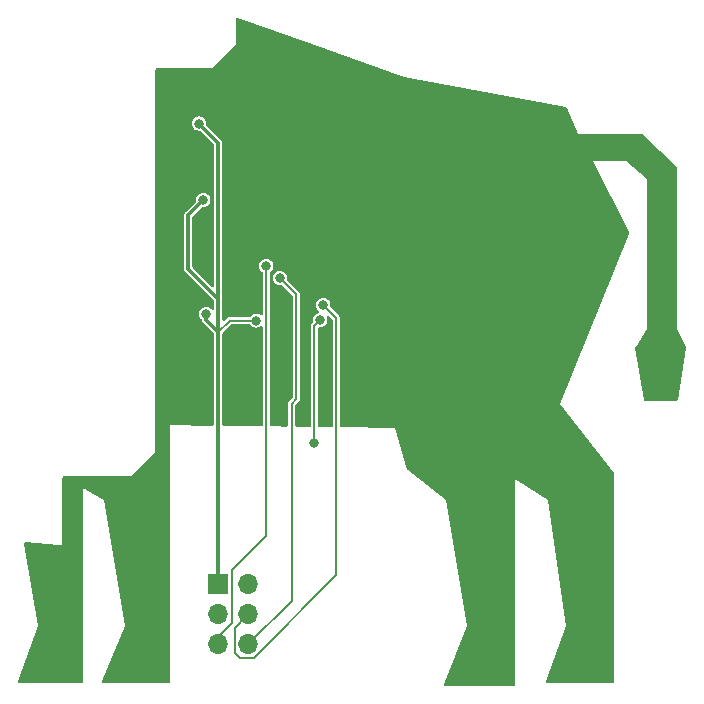
<source format=gbr>
%TF.GenerationSoftware,KiCad,Pcbnew,7.0.1*%
%TF.CreationDate,2024-01-19T17:32:14-06:00*%
%TF.ProjectId,Techno Buffalo,54656368-6e6f-4204-9275-6666616c6f2e,rev?*%
%TF.SameCoordinates,Original*%
%TF.FileFunction,Copper,L2,Bot*%
%TF.FilePolarity,Positive*%
%FSLAX46Y46*%
G04 Gerber Fmt 4.6, Leading zero omitted, Abs format (unit mm)*
G04 Created by KiCad (PCBNEW 7.0.1) date 2024-01-19 17:32:14*
%MOMM*%
%LPD*%
G01*
G04 APERTURE LIST*
%TA.AperFunction,ComponentPad*%
%ADD10R,1.700000X1.700000*%
%TD*%
%TA.AperFunction,ComponentPad*%
%ADD11O,1.700000X1.700000*%
%TD*%
%TA.AperFunction,ViaPad*%
%ADD12C,0.800000*%
%TD*%
%TA.AperFunction,Conductor*%
%ADD13C,0.300000*%
%TD*%
%TA.AperFunction,Conductor*%
%ADD14C,0.200000*%
%TD*%
G04 APERTURE END LIST*
D10*
%TO.P,J3,1,Pin_1*%
%TO.N,/Battery_VIN*%
X99568000Y-143764000D03*
D11*
%TO.P,J3,2,Pin_2*%
%TO.N,GND*%
X102108000Y-143764000D03*
%TO.P,J3,3,Pin_3*%
%TO.N,/SDA{slash}MOSI{slash}DATA*%
X99568000Y-146304000D03*
%TO.P,J3,4,Pin_4*%
%TO.N,/SCL{slash}SCK*%
X102108000Y-146304000D03*
%TO.P,J3,5,Pin_5*%
%TO.N,/CS{slash}MISO*%
X99568000Y-148844000D03*
%TO.P,J3,6,Pin_6*%
%TO.N,/UPDI*%
X102108000Y-148844000D03*
%TD*%
D12*
%TO.N,/Battery_VIN*%
X97917000Y-104775000D03*
X98298000Y-111252000D03*
X98552000Y-120904000D03*
X102795664Y-121457500D03*
%TO.N,GND*%
X105472500Y-121158000D03*
X105156000Y-121158000D03*
X105156000Y-120396000D03*
X106680000Y-129794000D03*
X105472500Y-120396000D03*
X110744000Y-129794000D03*
X101600000Y-129794000D03*
X98552000Y-128778000D03*
X108712000Y-129794000D03*
X91948000Y-138176000D03*
%TO.N,/SDA{slash}MOSI{slash}DATA*%
X108204000Y-121412000D03*
X107696000Y-131826000D03*
%TO.N,/SCL{slash}SCK*%
X108458000Y-120142000D03*
%TO.N,/CS{slash}MISO*%
X103632000Y-116840000D03*
%TO.N,/UPDI*%
X104784500Y-117856000D03*
%TD*%
D13*
%TO.N,/Battery_VIN*%
X99568000Y-119634000D02*
X99568000Y-122428000D01*
X98552000Y-121412000D02*
X98552000Y-120904000D01*
X99568000Y-119634000D02*
X97028000Y-117094000D01*
X99568000Y-106426000D02*
X97917000Y-104775000D01*
X97028000Y-117094000D02*
X97028000Y-112522000D01*
D14*
X100538500Y-121457500D02*
X102795664Y-121457500D01*
D13*
X97028000Y-112522000D02*
X98298000Y-111252000D01*
X99568000Y-122428000D02*
X99568000Y-143764000D01*
D14*
X99568000Y-122428000D02*
X100538500Y-121457500D01*
D13*
X99568000Y-122428000D02*
X98552000Y-121412000D01*
X99568000Y-119634000D02*
X99568000Y-106426000D01*
D14*
%TO.N,/SDA{slash}MOSI{slash}DATA*%
X107696000Y-121920000D02*
X107696000Y-131826000D01*
X108204000Y-121412000D02*
X107696000Y-121920000D01*
%TO.N,/SCL{slash}SCK*%
X109557001Y-121241001D02*
X109557001Y-143021345D01*
X100958000Y-149560346D02*
X100958000Y-147454000D01*
X100958000Y-147454000D02*
X102108000Y-146304000D01*
X109557001Y-143021345D02*
X102584346Y-149994000D01*
X108458000Y-120142000D02*
X109557001Y-121241001D01*
X102584346Y-149994000D02*
X101391654Y-149994000D01*
X101391654Y-149994000D02*
X100958000Y-149560346D01*
%TO.N,/CS{slash}MISO*%
X103632000Y-139700000D02*
X100718000Y-142614000D01*
X100718000Y-147086000D02*
X99568000Y-148236000D01*
X103632000Y-116840000D02*
X103632000Y-139700000D01*
X100718000Y-142614000D02*
X100718000Y-147086000D01*
%TO.N,/UPDI*%
X106172000Y-128105257D02*
X106172000Y-119243500D01*
X106172000Y-119243500D02*
X104784500Y-117856000D01*
X105789000Y-128488257D02*
X106172000Y-128105257D01*
X102108000Y-148844000D02*
X105789000Y-145163000D01*
X105789000Y-145163000D02*
X105789000Y-128488257D01*
%TD*%
%TA.AperFunction,Conductor*%
%TO.N,GND*%
G36*
X101257706Y-95817181D02*
G01*
X107492800Y-98044000D01*
X115316000Y-100838000D01*
X128967791Y-103366109D01*
X129022001Y-103390675D01*
X129058521Y-103437673D01*
X130048000Y-105664000D01*
X135333766Y-105664000D01*
X135378719Y-105672435D01*
X135417556Y-105696593D01*
X138389790Y-108421141D01*
X138419503Y-108462618D01*
X138430000Y-108512548D01*
X138430000Y-122174000D01*
X139173967Y-123661935D01*
X139185679Y-123698950D01*
X139185371Y-123737773D01*
X138447269Y-128166385D01*
X138424881Y-128219424D01*
X138380953Y-128256636D01*
X138324956Y-128270000D01*
X135741044Y-128270000D01*
X135685047Y-128256636D01*
X135641119Y-128219424D01*
X135618731Y-128166385D01*
X134882061Y-123746367D01*
X134883135Y-123699960D01*
X134901198Y-123657201D01*
X135890000Y-122174000D01*
X135890000Y-109474000D01*
X134112000Y-107950000D01*
X134111998Y-107950000D01*
X131318000Y-107950000D01*
X134340996Y-113995993D01*
X134353988Y-114046481D01*
X134345078Y-114097847D01*
X128523999Y-128523999D01*
X133069651Y-134332332D01*
X133089228Y-134368335D01*
X133096000Y-134408754D01*
X133096000Y-152022000D01*
X133079387Y-152084000D01*
X133034000Y-152129387D01*
X132972000Y-152146000D01*
X127431832Y-152146000D01*
X127374467Y-152131933D01*
X127330118Y-152092924D01*
X127308846Y-152037823D01*
X127315477Y-151979133D01*
X127317412Y-151973881D01*
X129032000Y-147320000D01*
X127508000Y-136652000D01*
X124714000Y-134874000D01*
X124714000Y-134874001D01*
X124714000Y-152276000D01*
X124697387Y-152338000D01*
X124652000Y-152383387D01*
X124590000Y-152400000D01*
X118801152Y-152400000D01*
X118743032Y-152385536D01*
X118698472Y-152345518D01*
X118677865Y-152289282D01*
X118686021Y-152229948D01*
X120650000Y-147320001D01*
X120650000Y-147319999D01*
X118872000Y-136652000D01*
X115602395Y-134136919D01*
X115575428Y-134108313D01*
X115558771Y-134072700D01*
X114554000Y-130555999D01*
X109979848Y-130495011D01*
X109918549Y-130477854D01*
X109873839Y-130432544D01*
X109857501Y-130371022D01*
X109857501Y-121310244D01*
X109860244Y-121293423D01*
X109859773Y-121283237D01*
X109859774Y-121283236D01*
X109857632Y-121236920D01*
X109857501Y-121231196D01*
X109857501Y-121212179D01*
X109855818Y-121197681D01*
X109855671Y-121194500D01*
X109854586Y-121171009D01*
X109851787Y-121164671D01*
X109843333Y-121137368D01*
X109842062Y-121130568D01*
X109833372Y-121116533D01*
X109828003Y-121107861D01*
X109819996Y-121092671D01*
X109809207Y-121068236D01*
X109804311Y-121063340D01*
X109786564Y-121040934D01*
X109782920Y-121035049D01*
X109761603Y-121018951D01*
X109748649Y-121007678D01*
X109085898Y-120344927D01*
X109056160Y-120297104D01*
X109050640Y-120241062D01*
X109063682Y-120142000D01*
X109043044Y-119985238D01*
X108982536Y-119839159D01*
X108982535Y-119839158D01*
X108886282Y-119713717D01*
X108760840Y-119617463D01*
X108614762Y-119556956D01*
X108458000Y-119536317D01*
X108301237Y-119556956D01*
X108155159Y-119617463D01*
X108029717Y-119713717D01*
X107933463Y-119839159D01*
X107872956Y-119985237D01*
X107852317Y-120142000D01*
X107872956Y-120298762D01*
X107933463Y-120444840D01*
X108029717Y-120570282D01*
X108082704Y-120610940D01*
X108121779Y-120661863D01*
X108130157Y-120725501D01*
X108105594Y-120784802D01*
X108054671Y-120823877D01*
X107901158Y-120887464D01*
X107775717Y-120983717D01*
X107679463Y-121109159D01*
X107618956Y-121255237D01*
X107598317Y-121412000D01*
X107611359Y-121511060D01*
X107605839Y-121567104D01*
X107576101Y-121614926D01*
X107532475Y-121658552D01*
X107518639Y-121668508D01*
X107480523Y-121710318D01*
X107476573Y-121714454D01*
X107463141Y-121727886D01*
X107454087Y-121739317D01*
X107436083Y-121759067D01*
X107433578Y-121765534D01*
X107420259Y-121790802D01*
X107416343Y-121796518D01*
X107410228Y-121822517D01*
X107405151Y-121838913D01*
X107395500Y-121863827D01*
X107395500Y-121870751D01*
X107392206Y-121899144D01*
X107390621Y-121905881D01*
X107394311Y-121932332D01*
X107395500Y-121949465D01*
X107395500Y-130334889D01*
X107378611Y-130397366D01*
X107332543Y-130442823D01*
X107269847Y-130458877D01*
X107142886Y-130457185D01*
X106211847Y-130444771D01*
X106150548Y-130427614D01*
X106105838Y-130382304D01*
X106089500Y-130320782D01*
X106089500Y-128664090D01*
X106098939Y-128616638D01*
X106125816Y-128576411D01*
X106335521Y-128366705D01*
X106349354Y-128356754D01*
X106356225Y-128349216D01*
X106356228Y-128349215D01*
X106387488Y-128314923D01*
X106391379Y-128310847D01*
X106404174Y-128298054D01*
X106404178Y-128298047D01*
X106404868Y-128297358D01*
X106413922Y-128285928D01*
X106431915Y-128266191D01*
X106431914Y-128266191D01*
X106431916Y-128266190D01*
X106434417Y-128259731D01*
X106447748Y-128234443D01*
X106451656Y-128228738D01*
X106451655Y-128228738D01*
X106451657Y-128228737D01*
X106457775Y-128202724D01*
X106462845Y-128186350D01*
X106472500Y-128161430D01*
X106472500Y-128154505D01*
X106475794Y-128126115D01*
X106475819Y-128126006D01*
X106477379Y-128119376D01*
X106473689Y-128092924D01*
X106472500Y-128075793D01*
X106472500Y-119312743D01*
X106475243Y-119295922D01*
X106474772Y-119285736D01*
X106474773Y-119285735D01*
X106472631Y-119239419D01*
X106472500Y-119233695D01*
X106472500Y-119214678D01*
X106470817Y-119200180D01*
X106469585Y-119173508D01*
X106466785Y-119167168D01*
X106458333Y-119139870D01*
X106457061Y-119133067D01*
X106443006Y-119110367D01*
X106434998Y-119095176D01*
X106424206Y-119070734D01*
X106419310Y-119065838D01*
X106401563Y-119043435D01*
X106397919Y-119037548D01*
X106397917Y-119037546D01*
X106376606Y-119021453D01*
X106363652Y-119010180D01*
X105412398Y-118058927D01*
X105382660Y-118011104D01*
X105377140Y-117955062D01*
X105390182Y-117856000D01*
X105369544Y-117699238D01*
X105309036Y-117553159D01*
X105309035Y-117553158D01*
X105212782Y-117427717D01*
X105087340Y-117331463D01*
X104941262Y-117270956D01*
X104784500Y-117250317D01*
X104627737Y-117270956D01*
X104481659Y-117331463D01*
X104356217Y-117427717D01*
X104259963Y-117553159D01*
X104199456Y-117699237D01*
X104179439Y-117851282D01*
X104177544Y-117856000D01*
X104179439Y-117860718D01*
X104199456Y-118012762D01*
X104259963Y-118158840D01*
X104356217Y-118284282D01*
X104481658Y-118380535D01*
X104481659Y-118380536D01*
X104627738Y-118441044D01*
X104763861Y-118458964D01*
X104784499Y-118461682D01*
X104784499Y-118461681D01*
X104784500Y-118461682D01*
X104883562Y-118448640D01*
X104939604Y-118454160D01*
X104987427Y-118483898D01*
X105835181Y-119331652D01*
X105862061Y-119371880D01*
X105871500Y-119419333D01*
X105871500Y-127929424D01*
X105862061Y-127976877D01*
X105835183Y-128017102D01*
X105665955Y-128186330D01*
X105625475Y-128226810D01*
X105611638Y-128236766D01*
X105573523Y-128278575D01*
X105569573Y-128282711D01*
X105556141Y-128296143D01*
X105547087Y-128307574D01*
X105529083Y-128327324D01*
X105526578Y-128333791D01*
X105513259Y-128359059D01*
X105509343Y-128364775D01*
X105503228Y-128390774D01*
X105498151Y-128407170D01*
X105488500Y-128432084D01*
X105488500Y-128439008D01*
X105485206Y-128467401D01*
X105483621Y-128474138D01*
X105487311Y-128500589D01*
X105488500Y-128517722D01*
X105488500Y-130309463D01*
X105471611Y-130371940D01*
X105425543Y-130417397D01*
X105362849Y-130433451D01*
X104438526Y-130421127D01*
X104054847Y-130416011D01*
X103993548Y-130398854D01*
X103948838Y-130353544D01*
X103932500Y-130292022D01*
X103932500Y-117876903D01*
X103937857Y-117856000D01*
X103932500Y-117835097D01*
X103932500Y-117427482D01*
X103945288Y-117372638D01*
X103981014Y-117329106D01*
X104002971Y-117312258D01*
X104060282Y-117268282D01*
X104156536Y-117142841D01*
X104217044Y-116996762D01*
X104237682Y-116840000D01*
X104217044Y-116683238D01*
X104156536Y-116537159D01*
X104060282Y-116411717D01*
X103934840Y-116315463D01*
X103788762Y-116254956D01*
X103632000Y-116234317D01*
X103475237Y-116254956D01*
X103329159Y-116315463D01*
X103203717Y-116411717D01*
X103107463Y-116537159D01*
X103046956Y-116683237D01*
X103026317Y-116840000D01*
X103046956Y-116996762D01*
X103107463Y-117142840D01*
X103203717Y-117268281D01*
X103282986Y-117329106D01*
X103318712Y-117372638D01*
X103331500Y-117427482D01*
X103331500Y-120860300D01*
X103312801Y-120925780D01*
X103262344Y-120971512D01*
X103195346Y-120983703D01*
X103132014Y-120958676D01*
X103098504Y-120932963D01*
X102952426Y-120872456D01*
X102795664Y-120851817D01*
X102638901Y-120872456D01*
X102492823Y-120932963D01*
X102367382Y-121029217D01*
X102323996Y-121085759D01*
X102307038Y-121107861D01*
X102306558Y-121108486D01*
X102263026Y-121144212D01*
X102208182Y-121157000D01*
X100607743Y-121157000D01*
X100590922Y-121154256D01*
X100547808Y-121156249D01*
X100534419Y-121156868D01*
X100528695Y-121157000D01*
X100509683Y-121157000D01*
X100495195Y-121158681D01*
X100468507Y-121159915D01*
X100462166Y-121162715D01*
X100434878Y-121171165D01*
X100428068Y-121172438D01*
X100405359Y-121186498D01*
X100390177Y-121194500D01*
X100365733Y-121205294D01*
X100360833Y-121210194D01*
X100338443Y-121227929D01*
X100332548Y-121231579D01*
X100316450Y-121252896D01*
X100305179Y-121265848D01*
X100130181Y-121440847D01*
X100080818Y-121471097D01*
X100023102Y-121475639D01*
X99969615Y-121453484D01*
X99932015Y-121409461D01*
X99918500Y-121353166D01*
X99918500Y-119683207D01*
X99921139Y-119657761D01*
X99921173Y-119657594D01*
X99923042Y-119648685D01*
X99919452Y-119619884D01*
X99918500Y-119604547D01*
X99918500Y-106475212D01*
X99921139Y-106449766D01*
X99921364Y-106448687D01*
X99923043Y-106440685D01*
X99919452Y-106411877D01*
X99918541Y-106397210D01*
X99918500Y-106396964D01*
X99918500Y-106396960D01*
X99915330Y-106377973D01*
X99914594Y-106372916D01*
X99908573Y-106324608D01*
X99908572Y-106324606D01*
X99907648Y-106317192D01*
X99904092Y-106310621D01*
X99904092Y-106310619D01*
X99880920Y-106267802D01*
X99878576Y-106263246D01*
X99853917Y-106212803D01*
X99812588Y-106174757D01*
X99808890Y-106171209D01*
X98553124Y-104915442D01*
X98523385Y-104867619D01*
X98517866Y-104811578D01*
X98522682Y-104775000D01*
X98502044Y-104618238D01*
X98441536Y-104472159D01*
X98345282Y-104346717D01*
X98219840Y-104250463D01*
X98073762Y-104189956D01*
X97917000Y-104169317D01*
X97760237Y-104189956D01*
X97614159Y-104250463D01*
X97488717Y-104346717D01*
X97392463Y-104472159D01*
X97331956Y-104618237D01*
X97311317Y-104774999D01*
X97331956Y-104931762D01*
X97392463Y-105077840D01*
X97488717Y-105203282D01*
X97614158Y-105299535D01*
X97614159Y-105299536D01*
X97760238Y-105360044D01*
X97917000Y-105380682D01*
X97953578Y-105375866D01*
X98009619Y-105381385D01*
X98057442Y-105411124D01*
X99181181Y-106534863D01*
X99208061Y-106575091D01*
X99217500Y-106622544D01*
X99217500Y-118488456D01*
X99203985Y-118544751D01*
X99166385Y-118588774D01*
X99112898Y-118610929D01*
X99055182Y-118606387D01*
X99005819Y-118576137D01*
X97414819Y-116985137D01*
X97387939Y-116944909D01*
X97378500Y-116897456D01*
X97378500Y-112718544D01*
X97387939Y-112671091D01*
X97414819Y-112630863D01*
X97582170Y-112463512D01*
X98157558Y-111888122D01*
X98205379Y-111858385D01*
X98261420Y-111852866D01*
X98298000Y-111857682D01*
X98454762Y-111837044D01*
X98600841Y-111776536D01*
X98726282Y-111680282D01*
X98822536Y-111554841D01*
X98883044Y-111408762D01*
X98903682Y-111252000D01*
X98883044Y-111095238D01*
X98822536Y-110949159D01*
X98822535Y-110949158D01*
X98726282Y-110823717D01*
X98600840Y-110727463D01*
X98454762Y-110666956D01*
X98298000Y-110646317D01*
X98141237Y-110666956D01*
X97995159Y-110727463D01*
X97869717Y-110823717D01*
X97773463Y-110949159D01*
X97712956Y-111095237D01*
X97692317Y-111251998D01*
X97697133Y-111288579D01*
X97691612Y-111344621D01*
X97661874Y-111392442D01*
X96814955Y-112239361D01*
X96795104Y-112255483D01*
X96787332Y-112260561D01*
X96769500Y-112283471D01*
X96759765Y-112294496D01*
X96748441Y-112310357D01*
X96745392Y-112314445D01*
X96728954Y-112335566D01*
X96710891Y-112358773D01*
X96694871Y-112412582D01*
X96693309Y-112417458D01*
X96675074Y-112470577D01*
X96677394Y-112526668D01*
X96677500Y-112531792D01*
X96677500Y-117044788D01*
X96674861Y-117070234D01*
X96672957Y-117079314D01*
X96676548Y-117108123D01*
X96677458Y-117122795D01*
X96680665Y-117142013D01*
X96681403Y-117147078D01*
X96688351Y-117202809D01*
X96715081Y-117252202D01*
X96717421Y-117256747D01*
X96738802Y-117300484D01*
X96738803Y-117300485D01*
X96742084Y-117307196D01*
X96747581Y-117312256D01*
X96747582Y-117312258D01*
X96765884Y-117329106D01*
X96783399Y-117345230D01*
X96787097Y-117348779D01*
X99181181Y-119742863D01*
X99208061Y-119783091D01*
X99217500Y-119830544D01*
X99217500Y-120419574D01*
X99202473Y-120478742D01*
X99161035Y-120523569D01*
X99103229Y-120543192D01*
X99043065Y-120532854D01*
X98995124Y-120495060D01*
X98980282Y-120475717D01*
X98854840Y-120379463D01*
X98708762Y-120318956D01*
X98552000Y-120298317D01*
X98395237Y-120318956D01*
X98249159Y-120379463D01*
X98123717Y-120475717D01*
X98027463Y-120601159D01*
X97966956Y-120747237D01*
X97946317Y-120904000D01*
X97966956Y-121060762D01*
X98027463Y-121206840D01*
X98123717Y-121332282D01*
X98153331Y-121355005D01*
X98184149Y-121389542D01*
X98200154Y-121432975D01*
X98204665Y-121460013D01*
X98205403Y-121465078D01*
X98212351Y-121520809D01*
X98239081Y-121570202D01*
X98241421Y-121574747D01*
X98262802Y-121618484D01*
X98262803Y-121618485D01*
X98266084Y-121625196D01*
X98271581Y-121630256D01*
X98271582Y-121630258D01*
X98295775Y-121652529D01*
X98307399Y-121663230D01*
X98311097Y-121666779D01*
X99181181Y-122536863D01*
X99208061Y-122577091D01*
X99217500Y-122624544D01*
X99217500Y-130225849D01*
X99200611Y-130288326D01*
X99154543Y-130333783D01*
X99091847Y-130349837D01*
X95504000Y-130302000D01*
X95504000Y-152022000D01*
X95487387Y-152084000D01*
X95442000Y-152129387D01*
X95380000Y-152146000D01*
X89848754Y-152146000D01*
X89790142Y-152131273D01*
X89745452Y-152090590D01*
X89725299Y-152033615D01*
X89734471Y-151973881D01*
X91694000Y-147320000D01*
X89916000Y-136652000D01*
X89693748Y-136524999D01*
X88138000Y-135635999D01*
X88138000Y-152022000D01*
X88121387Y-152084000D01*
X88076000Y-152129387D01*
X88014000Y-152146000D01*
X82727832Y-152146000D01*
X82670467Y-152131933D01*
X82626118Y-152092924D01*
X82604846Y-152037823D01*
X82611477Y-151979133D01*
X82613412Y-151973881D01*
X84328000Y-147320000D01*
X83086164Y-140365718D01*
X83089040Y-140309730D01*
X83116282Y-140260730D01*
X83162320Y-140228735D01*
X83217738Y-140220287D01*
X86118286Y-140443406D01*
X86359999Y-140462000D01*
X86360000Y-140462000D01*
X86360000Y-134744000D01*
X86376613Y-134682000D01*
X86422000Y-134636613D01*
X86484000Y-134620000D01*
X92202000Y-134620000D01*
X94234000Y-132588000D01*
X94234000Y-100200000D01*
X94250613Y-100138000D01*
X94296000Y-100092613D01*
X94358000Y-100076000D01*
X99060000Y-100076000D01*
X101092000Y-98044000D01*
X101092000Y-95933957D01*
X101105924Y-95876866D01*
X101144570Y-95832597D01*
X101199258Y-95811092D01*
X101257706Y-95817181D01*
G37*
%TD.AperFunction*%
%TA.AperFunction,Conductor*%
G36*
X108977251Y-121086222D02*
G01*
X109220182Y-121329153D01*
X109247062Y-121369381D01*
X109256501Y-121416834D01*
X109256501Y-130359703D01*
X109239612Y-130422180D01*
X109193544Y-130467637D01*
X109130850Y-130483691D01*
X108118846Y-130470197D01*
X108057548Y-130453041D01*
X108012838Y-130407731D01*
X107996500Y-130346209D01*
X107996500Y-122131759D01*
X108015919Y-122065134D01*
X108068095Y-122019377D01*
X108136685Y-122008820D01*
X108203999Y-122017682D01*
X108203999Y-122017681D01*
X108204000Y-122017682D01*
X108360762Y-121997044D01*
X108506841Y-121936536D01*
X108632282Y-121840282D01*
X108728536Y-121714841D01*
X108789044Y-121568762D01*
X108809682Y-121412000D01*
X108789044Y-121255238D01*
X108775008Y-121221353D01*
X108767097Y-121154505D01*
X108795280Y-121093371D01*
X108851252Y-121055972D01*
X108918517Y-121053329D01*
X108977251Y-121086222D01*
G37*
%TD.AperFunction*%
%TA.AperFunction,Conductor*%
G36*
X102263026Y-121770788D02*
G01*
X102306557Y-121806513D01*
X102367382Y-121885782D01*
X102492823Y-121982036D01*
X102638902Y-122042544D01*
X102795664Y-122063182D01*
X102952426Y-122042544D01*
X103098505Y-121982036D01*
X103132013Y-121956324D01*
X103195346Y-121931297D01*
X103262344Y-121943488D01*
X103312801Y-121989220D01*
X103331500Y-122054700D01*
X103331500Y-130280703D01*
X103314611Y-130343180D01*
X103268543Y-130388637D01*
X103205849Y-130404691D01*
X100969247Y-130374869D01*
X100040847Y-130362491D01*
X99979548Y-130345334D01*
X99934838Y-130300024D01*
X99918500Y-130238502D01*
X99918500Y-122553833D01*
X99927939Y-122506380D01*
X99954819Y-122466152D01*
X100626652Y-121794319D01*
X100666880Y-121767439D01*
X100714333Y-121758000D01*
X102208182Y-121758000D01*
X102263026Y-121770788D01*
G37*
%TD.AperFunction*%
%TD*%
M02*

</source>
